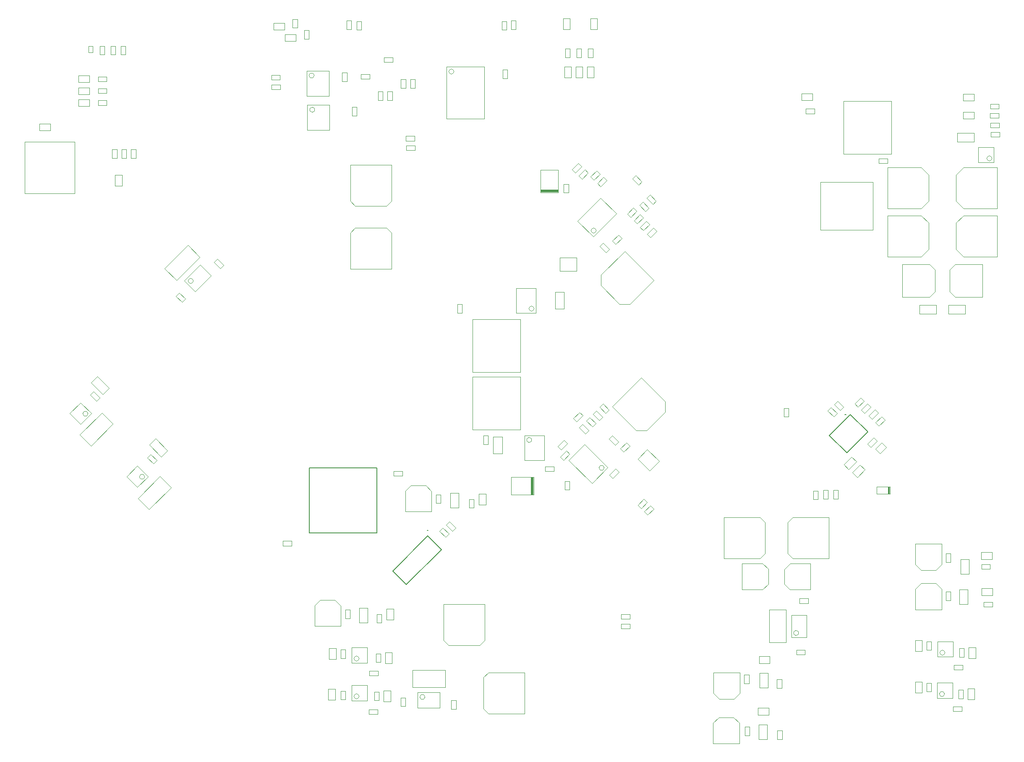
<source format=gbr>
G04*
G04 #@! TF.GenerationSoftware,Altium Limited,Altium Designer,22.4.2 (48)*
G04*
G04 Layer_Color=16711935*
%FSLAX25Y25*%
%MOIN*%
G70*
G04*
G04 #@! TF.SameCoordinates,B172E609-1CFC-4B23-86F5-1081F1DC675F*
G04*
G04*
G04 #@! TF.FilePolarity,Positive*
G04*
G01*
G75*
%ADD13C,0.00787*%
%ADD18C,0.00500*%
%ADD224C,0.00394*%
%ADD226R,0.14173X0.02420*%
%ADD227R,0.02420X0.14173*%
%ADD228R,0.01772X0.05512*%
D13*
X323769Y175651D02*
X322981D01*
X323769D01*
X655638Y267837D02*
X654850D01*
X655638D01*
D18*
X323500Y171322D02*
X334357Y160465D01*
X295661Y143483D02*
X306519Y132626D01*
X295661Y143483D02*
X323500Y171322D01*
X306519Y132626D02*
X334357Y160465D01*
X642438Y251134D02*
X656357Y237215D01*
X673061Y253918D01*
X659141Y267837D02*
X673061Y253918D01*
X642438Y251134D02*
X659141Y267837D01*
X229528Y225394D02*
X283071D01*
X229528Y173819D02*
Y225394D01*
Y173819D02*
X283071D01*
Y225394D01*
D224*
X344094Y540354D02*
X343831Y541339D01*
X343110Y542059D01*
X342126Y542323D01*
X341142Y542059D01*
X340421Y541339D01*
X340158Y540354D01*
X340421Y539370D01*
X341142Y538650D01*
X342126Y538386D01*
X343110Y538650D01*
X343831Y539370D01*
X344094Y540354D01*
X733661Y45866D02*
X733398Y46850D01*
X732677Y47571D01*
X731693Y47835D01*
X730709Y47571D01*
X729988Y46850D01*
X729724Y45866D01*
X729988Y44882D01*
X730709Y44161D01*
X731693Y43898D01*
X732677Y44161D01*
X733398Y44882D01*
X733661Y45866D01*
X457014Y413944D02*
X456750Y414928D01*
X456029Y415649D01*
X455045Y415912D01*
X454061Y415649D01*
X453340Y414928D01*
X453077Y413944D01*
X453340Y412960D01*
X454061Y412239D01*
X455045Y411975D01*
X456029Y412239D01*
X456750Y412960D01*
X457014Y413944D01*
X233189Y537209D02*
X232925Y538193D01*
X232205Y538913D01*
X231221Y539177D01*
X230236Y538913D01*
X229516Y538193D01*
X229252Y537209D01*
X229516Y536224D01*
X230236Y535504D01*
X231221Y535240D01*
X232205Y535504D01*
X232925Y536224D01*
X233189Y537209D01*
X233583Y510043D02*
X233319Y511028D01*
X232598Y511748D01*
X231614Y512012D01*
X230630Y511748D01*
X229909Y511028D01*
X229646Y510043D01*
X229909Y509059D01*
X230630Y508339D01*
X231614Y508075D01*
X232598Y508339D01*
X233319Y509059D01*
X233583Y510043D01*
X771457Y471457D02*
X771193Y472441D01*
X770472Y473162D01*
X769488Y473425D01*
X768504Y473162D01*
X767783Y472441D01*
X767520Y471457D01*
X767783Y470472D01*
X768504Y469752D01*
X769488Y469488D01*
X770472Y469752D01*
X771193Y470472D01*
X771457Y471457D01*
X463445Y225533D02*
X463181Y226517D01*
X462460Y227237D01*
X461476Y227501D01*
X460492Y227237D01*
X459771Y226517D01*
X459508Y225533D01*
X459771Y224548D01*
X460492Y223828D01*
X461476Y223564D01*
X462460Y223828D01*
X463181Y224548D01*
X463445Y225533D01*
X321063Y43504D02*
X320799Y44488D01*
X320079Y45209D01*
X319094Y45472D01*
X318110Y45209D01*
X317390Y44488D01*
X317126Y43504D01*
X317390Y42520D01*
X318110Y41799D01*
X319094Y41535D01*
X320079Y41799D01*
X320799Y42520D01*
X321063Y43504D01*
X137173Y374098D02*
X136909Y375082D01*
X136189Y375802D01*
X135205Y376066D01*
X134220Y375802D01*
X133500Y375082D01*
X133236Y374098D01*
X133500Y373113D01*
X134220Y372393D01*
X135205Y372129D01*
X136189Y372393D01*
X136909Y373113D01*
X137173Y374098D01*
X617913Y94291D02*
X617650Y95276D01*
X616929Y95996D01*
X615945Y96260D01*
X614961Y95996D01*
X614240Y95276D01*
X613976Y94291D01*
X614240Y93307D01*
X614961Y92587D01*
X615945Y92323D01*
X616929Y92587D01*
X617650Y93307D01*
X617913Y94291D01*
X268701Y43898D02*
X268437Y44882D01*
X267717Y45602D01*
X266732Y45866D01*
X265748Y45602D01*
X265027Y44882D01*
X264764Y43898D01*
X265027Y42913D01*
X265748Y42193D01*
X266732Y41929D01*
X267717Y42193D01*
X268437Y42913D01*
X268701Y43898D01*
X268701Y74016D02*
X268437Y75000D01*
X267717Y75721D01*
X266732Y75984D01*
X265748Y75721D01*
X265027Y75000D01*
X264764Y74016D01*
X265027Y73032D01*
X265748Y72311D01*
X266732Y72047D01*
X267717Y72311D01*
X268437Y73032D01*
X268701Y74016D01*
X407874Y351969D02*
X407610Y352953D01*
X406890Y353673D01*
X405905Y353937D01*
X404921Y353673D01*
X404201Y352953D01*
X403937Y351969D01*
X404201Y350984D01*
X404921Y350264D01*
X405905Y350000D01*
X406890Y350264D01*
X407610Y350984D01*
X407874Y351969D01*
X405905Y247638D02*
X405642Y248622D01*
X404921Y249343D01*
X403937Y249606D01*
X402953Y249343D01*
X402232Y248622D01*
X401968Y247638D01*
X402232Y246654D01*
X402953Y245933D01*
X403937Y245669D01*
X404921Y245933D01*
X405642Y246654D01*
X405905Y247638D01*
X53352Y268529D02*
X53088Y269513D01*
X52368Y270233D01*
X51384Y270497D01*
X50400Y270233D01*
X49679Y269513D01*
X49415Y268529D01*
X49679Y267544D01*
X50400Y266824D01*
X51384Y266560D01*
X52368Y266824D01*
X53088Y267544D01*
X53352Y268529D01*
X98504Y218501D02*
X98241Y219485D01*
X97520Y220205D01*
X96536Y220469D01*
X95552Y220205D01*
X94831Y219485D01*
X94567Y218501D01*
X94831Y217516D01*
X95552Y216796D01*
X96536Y216532D01*
X97520Y216796D01*
X98241Y217516D01*
X98504Y218501D01*
X734055Y78740D02*
X733791Y79724D01*
X733071Y80445D01*
X732087Y80709D01*
X731102Y80445D01*
X730382Y79724D01*
X730118Y78740D01*
X730382Y77756D01*
X731102Y77035D01*
X732087Y76772D01*
X733071Y77035D01*
X733791Y77756D01*
X734055Y78740D01*
X265945Y415945D02*
X290748D01*
X262008Y412008D02*
X265945Y415945D01*
X262008Y383268D02*
Y412008D01*
Y383268D02*
X294685D01*
Y412008D01*
X290748Y415945D02*
X294685Y412008D01*
X338583Y502559D02*
X368504D01*
X338583Y543898D02*
X368504D01*
Y502559D02*
Y543898D01*
X338583Y502559D02*
Y543898D01*
X748425Y68799D02*
X748425Y65059D01*
X741535D02*
X741535Y68799D01*
X741535Y65059D02*
X748425D01*
X741535Y68799D02*
X748425Y68799D01*
X740354Y42323D02*
Y54528D01*
X728150Y42323D02*
Y54528D01*
X740354D01*
X728150Y42323D02*
X740354D01*
X254429Y41240D02*
X258169D01*
X254429Y48130D02*
X258169D01*
X254429Y41240D02*
Y48130D01*
X258169Y41240D02*
Y48130D01*
X649508Y207623D02*
X649508Y200733D01*
X645768Y200733D02*
Y207623D01*
X649508Y207623D01*
X645768Y200733D02*
X649508Y200733D01*
X606398Y272835D02*
X610138Y272835D01*
X606398Y265945D02*
X610138Y265945D01*
Y272835D01*
X606398Y272835D02*
X606398Y265945D01*
X486095Y454961D02*
X488740Y457606D01*
X490967Y450089D02*
X493611Y452734D01*
X488740Y457606D02*
X493611Y452734D01*
X486095Y454961D02*
X490967Y450089D01*
X502295Y434824D02*
X504939Y437469D01*
X497423Y439696D02*
X500068Y442341D01*
X497423Y439696D02*
X502295Y434824D01*
X500068Y442341D02*
X504939Y437469D01*
X495454Y190619D02*
X498099Y187974D01*
X500326Y195491D02*
X502971Y192846D01*
X495454Y190619D02*
X500326Y195491D01*
X498099Y187974D02*
X502971Y192846D01*
X490329Y195792D02*
X492973Y193147D01*
X495201Y200664D02*
X497845Y198019D01*
X490329Y195792D02*
X495201Y200664D01*
X492973Y193147D02*
X497845Y198019D01*
X438133Y462431D02*
X443005Y467303D01*
X440778Y459787D02*
X445649Y464658D01*
X438133Y462431D02*
X440778Y459787D01*
X443005Y467303D02*
X445649Y464658D01*
X452776Y456601D02*
X457648Y461473D01*
X455420Y453957D02*
X460292Y458829D01*
X452776Y456601D02*
X455420Y453957D01*
X457648Y461473D02*
X460292Y458829D01*
X458287Y451483D02*
X463159Y456355D01*
X460932Y448839D02*
X465804Y453711D01*
X458287Y451483D02*
X460932Y448839D01*
X463159Y456355D02*
X465804Y453711D01*
X443410Y457472D02*
X448282Y462344D01*
X446055Y454827D02*
X450927Y459699D01*
X443410Y457472D02*
X446055Y454827D01*
X448282Y462344D02*
X450927Y459699D01*
X492239Y416505D02*
X497110Y421377D01*
X494883Y413861D02*
X499755Y418733D01*
X492239Y416505D02*
X494883Y413861D01*
X497110Y421377D02*
X499755Y418733D01*
X497820Y411063D02*
X502692Y415935D01*
X500465Y408419D02*
X505336Y413290D01*
X497820Y411063D02*
X500465Y408419D01*
X502692Y415935D02*
X505336Y413290D01*
X482002Y427135D02*
X486874Y432007D01*
X484647Y424491D02*
X489519Y429362D01*
X482002Y427135D02*
X484647Y424491D01*
X486874Y432007D02*
X489519Y429362D01*
X487292Y421846D02*
X492164Y426718D01*
X489936Y419201D02*
X494808Y424073D01*
X487292Y421846D02*
X489936Y419201D01*
X492164Y426718D02*
X494808Y424073D01*
X494321Y436670D02*
X499193Y431798D01*
X491676Y434025D02*
X496548Y429154D01*
X491676Y434025D02*
X494321Y436670D01*
X496548Y429154D02*
X499193Y431798D01*
X435335Y443898D02*
Y450787D01*
X431595Y443898D02*
Y450787D01*
X435335Y450787D01*
X431595Y443898D02*
X435335Y443898D01*
X412992Y444153D02*
Y462146D01*
X427165Y444153D02*
Y462146D01*
X412992Y444153D02*
X427165D01*
X412992Y462146D02*
X427165D01*
X455045Y408933D02*
X473419Y427307D01*
X442518Y421460D02*
X460891Y439834D01*
X442518Y421460D02*
X455045Y408933D01*
X460891Y439834D02*
X473419Y427307D01*
X461167Y370209D02*
X475921Y355454D01*
X484273D01*
X503204Y374385D01*
X480097Y397491D02*
X503204Y374385D01*
X461167Y378561D02*
X480097Y397491D01*
X461167Y370209D02*
Y378561D01*
X462825Y403993D02*
X467697Y399121D01*
X460180Y401348D02*
X465052Y396477D01*
X460180Y401348D02*
X462825Y403993D01*
X465052Y396477D02*
X467697Y399121D01*
X306201Y485138D02*
X313090D01*
X306201Y488878D02*
X313090D01*
Y485138D02*
Y488878D01*
X306201Y485138D02*
Y488878D01*
X306398Y481398D02*
X313287D01*
X306398Y477658D02*
X313287D01*
X306398D02*
Y481398D01*
X313287Y477658D02*
Y481398D01*
X488976Y255065D02*
X497328D01*
X470046Y273996D02*
X488976Y255065D01*
X470046Y273996D02*
X493152Y297102D01*
X512083Y278172D01*
Y269820D02*
Y278172D01*
X497328Y255065D02*
X512083Y269820D01*
X479201Y237974D02*
X484073Y242846D01*
X476557Y240619D02*
X481428Y245491D01*
X484073Y242846D01*
X476557Y240619D02*
X479201Y237974D01*
X449475Y262818D02*
X454347Y257946D01*
X452120Y265462D02*
X456992Y260590D01*
X454347Y257946D02*
X456992Y260590D01*
X449475Y262818D02*
X452120Y265462D01*
X439155Y264634D02*
X444027Y269506D01*
X441800Y261990D02*
X446672Y266862D01*
X439155Y264634D02*
X441800Y261990D01*
X444027Y269506D02*
X446672Y266862D01*
X416732Y222539D02*
X423622D01*
X416732Y226279D02*
X423622D01*
Y222539D02*
Y226279D01*
X416732Y222539D02*
Y226279D01*
X454903Y268043D02*
X459775Y263171D01*
X457548Y270687D02*
X462420Y265816D01*
X459775Y263171D02*
X462420Y265816D01*
X454903Y268043D02*
X457548Y270687D01*
X467895Y219753D02*
X472767Y224624D01*
X470540Y217108D02*
X475412Y221980D01*
X467895Y219753D02*
X470540Y217108D01*
X472767Y224624D02*
X475412Y221980D01*
X443838Y257319D02*
X448710Y252448D01*
X446483Y259964D02*
X451354Y255092D01*
X448710Y252448D02*
X451354Y255092D01*
X443838Y257319D02*
X446483Y259964D01*
X477067Y108957D02*
X483957D01*
X477067Y105217D02*
X483957D01*
X477067D02*
Y108957D01*
X483957Y105217D02*
Y108957D01*
X477264Y101476D02*
X484154D01*
X477264Y97736D02*
X484154D01*
X477264D02*
Y101476D01*
X484154Y97736D02*
Y101476D01*
X460021Y273554D02*
X464893Y268683D01*
X462666Y276199D02*
X467538Y271327D01*
X464893Y268683D02*
X467538Y271327D01*
X460021Y273554D02*
X462666Y276199D01*
X428760Y234160D02*
X433632Y239032D01*
X431405Y231516D02*
X436276Y236388D01*
X428760Y234160D02*
X431405Y231516D01*
X433632Y239032D02*
X436276Y236388D01*
X436122Y214764D02*
X436122Y207874D01*
X432382Y207874D02*
Y214764D01*
X436122Y214764D01*
X432382Y207874D02*
X436122Y207874D01*
X389823Y203937D02*
X407815D01*
X389823Y218110D02*
X407815D01*
Y203937D02*
Y218110D01*
X389823Y203937D02*
Y218110D01*
X426791Y242428D02*
X431663Y247300D01*
X429436Y239784D02*
X434308Y244655D01*
X426791Y242428D02*
X429436Y239784D01*
X431663Y247300D02*
X434308Y244655D01*
X497845Y239987D02*
X507310Y230522D01*
X490328Y232470D02*
X499793Y223005D01*
X490328Y232470D02*
X497845Y239987D01*
X499793Y223005D02*
X507310Y230522D01*
X467591Y248268D02*
X472463Y243396D01*
X470236Y250913D02*
X475107Y246041D01*
X472463Y243396D02*
X475107Y246041D01*
X467591Y248268D02*
X470236Y250913D01*
X673890Y266692D02*
X676535Y264048D01*
X678762Y271564D02*
X681407Y268919D01*
X673890Y266692D02*
X678762Y271564D01*
X676535Y264048D02*
X681407Y268919D01*
X679080Y240318D02*
X684091Y245329D01*
X682838Y236560D02*
X687849Y241571D01*
X679080Y240318D02*
X682838Y236560D01*
X684091Y245329D02*
X687849Y241571D01*
X629672Y207111D02*
X633412Y207111D01*
X629672Y200221D02*
X633412Y200221D01*
X633412Y207111D01*
X629672Y200221D02*
X629672Y207111D01*
X637720Y207623D02*
X641460D01*
X637720Y200733D02*
X641460D01*
X641460Y207623D01*
X637720Y200733D02*
Y207623D01*
X680118Y204724D02*
X690748D01*
X680118Y210236D02*
X690748D01*
Y204724D02*
Y210236D01*
X680118Y204724D02*
Y210236D01*
X452854Y573819D02*
Y582480D01*
X458169Y573819D02*
Y582480D01*
X452854D02*
X458169D01*
X452854Y573819D02*
X458169D01*
X431201D02*
Y582480D01*
X436516Y573819D02*
Y582480D01*
X431201D02*
X436516D01*
X431201Y573819D02*
X436516D01*
X445471Y551476D02*
Y558366D01*
X441730Y551476D02*
Y558366D01*
X445471D01*
X441730Y551476D02*
X445471D01*
X436416D02*
Y558366D01*
X432676Y551476D02*
Y558366D01*
X436416D01*
X432676Y551476D02*
X436416D01*
X454626Y551476D02*
Y558366D01*
X450886Y551476D02*
Y558366D01*
X454626D01*
X450886Y551476D02*
X454626D01*
X431988Y544095D02*
X437303D01*
X431988Y535433D02*
X437303D01*
Y544095D01*
X431988Y535433D02*
Y544095D01*
X441043D02*
X446358D01*
X441043Y535433D02*
X446358D01*
Y544095D01*
X441043Y535433D02*
Y544095D01*
X450199Y544095D02*
X455514D01*
X450199Y535433D02*
X455514D01*
Y544095D01*
X450199Y535433D02*
Y544095D01*
X677796Y249338D02*
X680441Y246693D01*
X672924Y244466D02*
X675569Y241822D01*
X680441Y246693D01*
X672924Y244466D02*
X677796Y249338D01*
X679098Y261270D02*
X681742Y258625D01*
X683969Y266142D02*
X686614Y263497D01*
X679098Y261270D02*
X683969Y266142D01*
X681742Y258625D02*
X686614Y263497D01*
X667895Y271327D02*
X670540Y268683D01*
X672767Y276199D02*
X675412Y273554D01*
X667895Y271327D02*
X672767Y276199D01*
X670540Y268683D02*
X675412Y273554D01*
X641124Y270799D02*
X643768Y273443D01*
X645995Y265927D02*
X648640Y268571D01*
X643768Y273443D02*
X648640Y268571D01*
X641124Y270799D02*
X645995Y265927D01*
X646331Y275827D02*
X648976Y278472D01*
X651203Y270955D02*
X653848Y273600D01*
X648976Y278472D02*
X653848Y273600D01*
X646331Y275827D02*
X651203Y270955D01*
X662618Y276287D02*
X665263Y273642D01*
X667490Y281158D02*
X670135Y278514D01*
X662618Y276287D02*
X667490Y281158D01*
X665263Y273642D02*
X670135Y278514D01*
X664635Y217824D02*
X670759Y223948D01*
X660737Y221721D02*
X666861Y227846D01*
X670759Y223948D01*
X660737Y221721D02*
X664635Y217824D01*
X654044Y228020D02*
X657942Y224123D01*
X660169Y234145D02*
X664066Y230247D01*
X654044Y228020D02*
X660169Y234145D01*
X657942Y224123D02*
X664066Y230247D01*
X270571Y538091D02*
X277461D01*
X270571Y534350D02*
X277461D01*
X270571D02*
Y538091D01*
X277461Y534350D02*
Y538091D01*
X288878Y551476D02*
X295768D01*
X288878Y547736D02*
X295768D01*
X288878D02*
Y551476D01*
X295768Y547736D02*
Y551476D01*
X338278Y179943D02*
X343150Y175071D01*
X340923Y182588D02*
X345795Y177716D01*
X343150Y175071D02*
X345795Y177716D01*
X338278Y179943D02*
X340923Y182588D01*
X332856Y175129D02*
X337728Y170257D01*
X335501Y177774D02*
X340372Y172902D01*
X337728Y170257D02*
X340372Y172902D01*
X332856Y175129D02*
X335501Y177774D01*
X229035Y566043D02*
Y572933D01*
X225295Y566043D02*
Y572933D01*
X229035D01*
X225295Y566043D02*
X229035D01*
X210236Y569587D02*
X218898D01*
X210236Y564272D02*
X218898D01*
X210236D02*
Y569587D01*
X218898Y564272D02*
Y569587D01*
X209842Y573327D02*
Y578642D01*
X201181Y573327D02*
Y578642D01*
Y573327D02*
X209842D01*
X201181Y578642D02*
X209842D01*
X219980Y574902D02*
Y581791D01*
X216240Y574902D02*
Y581791D01*
X219980D01*
X216240Y574902D02*
X219980D01*
X199508Y529823D02*
X206398Y529823D01*
X199508Y526083D02*
X206398D01*
X199508D02*
Y529823D01*
X206398Y526083D02*
X206398Y529823D01*
X199311Y533563D02*
X206201Y533563D01*
X199311Y537303D02*
X206201D01*
X206201Y533563D02*
X206201Y537303D01*
X199311Y533563D02*
Y537303D01*
X382382Y573228D02*
X382382Y580118D01*
X386122Y573228D02*
Y580118D01*
X382382Y573228D02*
X386122Y573228D01*
X382382Y580118D02*
X386122D01*
X393602Y573740D02*
Y580630D01*
X389862Y573740D02*
Y580630D01*
X393602D01*
X389862Y573740D02*
X393602D01*
X262894D02*
Y580630D01*
X259154Y573740D02*
Y580630D01*
X262894D01*
X259154Y573740D02*
X262894D01*
X267028Y573228D02*
X267028Y580118D01*
X270768Y573228D02*
Y580118D01*
X267028Y573228D02*
X270768Y573228D01*
X267028Y580118D02*
X270768Y580118D01*
X386910Y534646D02*
Y541535D01*
X383169Y534646D02*
Y541535D01*
X386910D01*
X383169Y534646D02*
X386910D01*
X61713Y536122D02*
X68602Y536122D01*
X61713Y532382D02*
X68602Y532382D01*
X61713Y532382D02*
Y536122D01*
X68602Y532382D02*
Y536122D01*
X61713Y526673D02*
X68602Y526673D01*
X61713Y522933D02*
X68602D01*
X61713D02*
Y526673D01*
X68602Y522933D02*
X68602Y526673D01*
X61713Y517224D02*
X68602Y517224D01*
X61713Y513484D02*
X68602D01*
X61713D02*
Y517224D01*
X68602Y513484D02*
Y517224D01*
X46063Y527460D02*
X54724D01*
X46063Y522145D02*
X54724D01*
X46063D02*
Y527460D01*
X54724Y522145D02*
Y527460D01*
Y531595D02*
Y536909D01*
X46063Y531595D02*
Y536909D01*
Y531595D02*
X54724D01*
X46063Y536909D02*
X54724D01*
X259350Y532382D02*
Y539272D01*
X255610Y532382D02*
Y539272D01*
X259350D01*
X255610Y532382D02*
X259350D01*
X267224Y505118D02*
Y512008D01*
X263484Y505118D02*
Y512008D01*
X267224D01*
X263484Y505118D02*
X267224D01*
X227364Y520709D02*
Y540709D01*
X245080Y520709D02*
Y540709D01*
X227364D02*
X245080D01*
X227364Y520709D02*
X245080D01*
X227758Y493543D02*
Y513544D01*
X245474Y493543D02*
Y513544D01*
X227758D02*
X245474D01*
X227758Y493543D02*
X245474D01*
X54232Y560335D02*
X57579D01*
X54232Y555217D02*
X57579D01*
Y560335D01*
X54232Y555217D02*
Y560335D01*
X63090Y560433D02*
X63090Y553543D01*
X66831Y553543D02*
X66831Y560433D01*
X63090Y553543D02*
X66831Y553543D01*
X63090Y560433D02*
X66831Y560433D01*
X79626Y553543D02*
Y560433D01*
X83366Y553543D02*
Y560433D01*
X79626Y553543D02*
X83366D01*
X79626Y560433D02*
X83366D01*
X71752Y553543D02*
X71752Y560433D01*
X75492Y553543D02*
Y560433D01*
X71752Y553543D02*
X75492Y553543D01*
X71752Y560433D02*
X75492Y560433D01*
X46063Y518012D02*
X54724D01*
X46063Y512697D02*
X54724D01*
X46063D02*
Y518012D01*
X54724Y512697D02*
Y518012D01*
X14961Y493307D02*
Y498819D01*
X23622Y493307D02*
Y498819D01*
X14961D02*
X23622D01*
X14961Y493307D02*
X23622D01*
X87894Y471358D02*
X91634D01*
X87894Y478248D02*
X91634D01*
X87894Y471358D02*
Y478248D01*
X91634Y471358D02*
Y478248D01*
X3347Y484252D02*
X43110D01*
X3347Y443307D02*
X43110D01*
X3347D02*
Y484252D01*
X43110Y443307D02*
Y484252D01*
X75197Y457874D02*
X80709D01*
X75197Y449213D02*
X80709D01*
Y457874D01*
X75197Y449213D02*
Y457874D01*
X760827Y480118D02*
X773032D01*
X760827Y467913D02*
X773032D01*
X760827D02*
Y480118D01*
X773032Y467913D02*
Y480118D01*
X653740Y474626D02*
X691732D01*
X653740Y516555D02*
X691732Y516555D01*
Y474626D02*
Y516555D01*
X653740Y474626D02*
Y516555D01*
X688681Y467421D02*
Y471161D01*
X681791Y467421D02*
Y471161D01*
Y467421D02*
X688681D01*
X681791Y471161D02*
X688681D01*
X448113Y243906D02*
X466487Y225533D01*
X435586Y231379D02*
X453960Y213005D01*
X466487Y225533D01*
X435586Y231379D02*
X448113Y243906D01*
X336024Y88189D02*
X339961Y84252D01*
X336024Y88189D02*
Y116929D01*
X368701D01*
Y88189D02*
Y116929D01*
X364764Y84252D02*
X368701Y88189D01*
X339961Y84252D02*
X364764D01*
X367717Y58858D02*
X371654Y62795D01*
X400394D01*
Y30118D02*
Y62795D01*
X371654Y30118D02*
X400394Y30118D01*
X367717Y34055D02*
X371654Y30118D01*
X367717Y34055D02*
Y58858D01*
X345965Y33760D02*
Y40650D01*
X342224Y33760D02*
Y40650D01*
X345965D01*
X342224Y33760D02*
X345965D01*
X315551Y34843D02*
X333268D01*
X315551Y47047D02*
X333268D01*
Y34843D02*
Y47047D01*
X315551Y34843D02*
Y47047D01*
X302067Y35925D02*
X302067Y42815D01*
X305807Y35925D02*
Y42815D01*
X302067Y35925D02*
X305807Y35925D01*
X302067Y42815D02*
X305807Y42815D01*
X337402Y51181D02*
Y64567D01*
X311417D02*
X311417Y51181D01*
X337402D01*
X311417Y64567D02*
X337402D01*
X80413Y478248D02*
X80413Y471358D01*
X84153Y471358D02*
Y478248D01*
X80413Y471358D02*
X84153Y471358D01*
X80413Y478248D02*
X84153Y478248D01*
X72933Y471358D02*
Y478248D01*
X76673Y471358D02*
Y478248D01*
X72933Y471358D02*
X76673D01*
X72933Y478248D02*
X76673D01*
X428346Y381693D02*
X441732D01*
X428346Y392323D02*
X441732D01*
Y381693D02*
Y392323D01*
X428346Y381693D02*
Y392323D01*
X470258Y405579D02*
X475129Y410451D01*
X472902Y402935D02*
X477774Y407806D01*
X470258Y405579D02*
X472902Y402935D01*
X475129Y410451D02*
X477774Y407806D01*
X262008Y437402D02*
X265945Y433465D01*
X262008Y437402D02*
Y466142D01*
X294685D01*
Y437402D02*
Y466142D01*
X290748Y433465D02*
X294685Y437402D01*
X265945Y433465D02*
X290748D01*
X156501Y391358D02*
X161373Y386486D01*
X153857Y388713D02*
X158728Y383841D01*
X153857Y388713D02*
X156501Y391358D01*
X158728Y383841D02*
X161373Y386486D01*
X123443Y361779D02*
X128314Y356907D01*
X126087Y364424D02*
X130959Y359552D01*
X128314Y356907D02*
X130959Y359552D01*
X123443Y361779D02*
X126087Y364424D01*
X138823Y365468D02*
X151351Y377995D01*
X130193Y374098D02*
X142721Y386625D01*
X151351Y377995D01*
X130193Y374098D02*
X138823Y365468D01*
X132977Y402215D02*
X142443Y392750D01*
X114604Y383841D02*
X124069Y374376D01*
X142443Y392750D01*
X114604Y383841D02*
X132977Y402215D01*
X594882Y112598D02*
X608268D01*
X594882Y86614D02*
X608268Y86614D01*
Y112598D01*
X594882Y86614D02*
Y112598D01*
X618799Y121555D02*
X625689D01*
X618799Y117815D02*
X625689D01*
X618799D02*
Y121555D01*
X625689Y117815D02*
Y121555D01*
X624606Y90748D02*
Y108465D01*
X612402Y90748D02*
Y108465D01*
X624606D01*
X612402Y90748D02*
X624606D01*
X616339Y76870D02*
X623228Y76870D01*
X616339Y80610D02*
X623228D01*
X623228Y76870D02*
X623228Y80610D01*
X616339D02*
X616339Y76870D01*
X208563Y167224D02*
X215453D01*
X208563Y163484D02*
X215453D01*
X208563D02*
Y167224D01*
X215453Y163484D02*
Y167224D01*
X587402Y153347D02*
X591339Y157283D01*
X558661Y153347D02*
X587402D01*
X558661D02*
X558661Y186024D01*
X587402D01*
X591339Y182087D01*
X591339Y157283D01*
X609449Y182087D02*
X613386Y186024D01*
X642126D01*
X642126Y153347D01*
X613386Y153347D02*
X642126Y153347D01*
X609449Y157283D02*
X613386Y153347D01*
X609449Y157283D02*
Y182087D01*
X589468Y128543D02*
X594095Y133169D01*
X573228Y128543D02*
X589468D01*
X573228D02*
Y149409D01*
X589567Y149409D01*
X594095Y133169D02*
Y144882D01*
X589567Y149409D02*
X594095Y144882D01*
X606693Y144783D02*
X611319Y149409D01*
X627559D01*
Y128543D02*
Y149409D01*
X611220Y128543D02*
X627559D01*
X606693Y133071D02*
Y144783D01*
Y133071D02*
X611220Y128543D01*
X284941Y40551D02*
Y47441D01*
X281201Y40551D02*
Y47441D01*
X284941D01*
X281201Y40551D02*
X284941D01*
X294094Y39764D02*
Y48425D01*
X288583Y39764D02*
Y48425D01*
X294094D01*
X288583Y39764D02*
X294094D01*
X276870Y33366D02*
X283760D01*
X276870Y29626D02*
X283760D01*
X276870D02*
Y33366D01*
X283760Y29626D02*
Y33366D01*
X250000Y40945D02*
Y49606D01*
X244488Y40945D02*
Y49606D01*
X250000D01*
X244488Y40945D02*
X250000D01*
X263189Y40354D02*
X275394D01*
X263189Y52559D02*
X275394D01*
X263189Y40354D02*
Y52559D01*
X275394Y40354D02*
Y52559D01*
X250787Y73228D02*
Y81890D01*
X245276Y73228D02*
Y81890D01*
X250787D01*
X245276Y73228D02*
X250787D01*
X258169Y74114D02*
Y81004D01*
X254429Y74114D02*
Y81004D01*
X258169D01*
X254429Y74114D02*
X258169D01*
X263189Y70472D02*
X275394D01*
X263189Y82677D02*
X275394Y82677D01*
X263189Y70472D02*
Y82677D01*
X275394Y70472D02*
Y82677D01*
X295276Y70079D02*
Y78740D01*
X289764Y70079D02*
Y78740D01*
X295276D01*
X289764Y70079D02*
X295276D01*
X286122Y70866D02*
X286122Y77756D01*
X282382Y77756D02*
X282382Y70866D01*
X282382Y77756D02*
X286122Y77756D01*
X282382Y70866D02*
X286122Y70866D01*
X277264Y64075D02*
X284154D01*
X277264Y60335D02*
X284154D01*
X277264D02*
Y64075D01*
X284154Y60335D02*
Y64075D01*
X382677Y236614D02*
Y250000D01*
X375590Y236614D02*
Y250000D01*
X382677D01*
X375590Y236614D02*
X382677D01*
X424803Y351575D02*
Y364961D01*
X431890Y351575D02*
Y364961D01*
X424803Y351575D02*
X431890D01*
X424803Y364961D02*
X431890D01*
X371555Y243996D02*
Y250886D01*
X367815Y243996D02*
Y250886D01*
X371555D01*
X367815Y243996D02*
X371555D01*
X409449Y348425D02*
Y368110D01*
X393701Y348425D02*
Y368110D01*
Y348425D02*
X409449D01*
X393701Y368110D02*
X409449D01*
X346949Y355217D02*
X350689D01*
X346949Y348327D02*
X350689D01*
Y355217D01*
X346949Y348327D02*
Y355217D01*
X400394Y231496D02*
Y251181D01*
X416142Y231496D02*
Y251181D01*
X400394D02*
X416142D01*
X400394Y231496D02*
X416142D01*
X359055Y301476D02*
X397047D01*
X359055Y343406D02*
X397047D01*
X397047Y301476D02*
X397047Y343406D01*
X359055Y301476D02*
Y343406D01*
X359055Y255807D02*
X397047D01*
X359055Y297736D02*
X397047Y297736D01*
Y255807D02*
Y297736D01*
X359055Y255807D02*
Y297736D01*
X47278Y251616D02*
X64813Y269152D01*
X56047Y242847D02*
X73582Y260383D01*
X64813Y269152D02*
X73582Y260383D01*
X47278Y251616D02*
X55072Y243822D01*
X56047Y242847D01*
X56116Y293027D02*
X65582Y283561D01*
X61127Y298038D02*
X70593Y288573D01*
X65582Y283561D02*
X70593Y288573D01*
X56116Y293027D02*
X61127Y298038D01*
X55490Y283213D02*
X58135Y285858D01*
X60362Y278342D02*
X63007Y280986D01*
X58135Y285858D02*
X63007Y280986D01*
X55490Y283213D02*
X60362Y278342D01*
X39135Y268529D02*
X47765Y277159D01*
Y259898D02*
X56395Y268529D01*
X39135D02*
X47765Y259898D01*
Y277159D02*
X56395Y268529D01*
X93404Y201032D02*
X110940Y218567D01*
X102173Y192262D02*
X119709Y209798D01*
X110940Y218567D02*
X119709Y209798D01*
X93404Y201032D02*
X101199Y193237D01*
X102173Y192262D01*
X100920Y233464D02*
X105792Y228592D01*
X103565Y236109D02*
X108437Y231237D01*
X105792Y228592D02*
X108437Y231237D01*
X100920Y233464D02*
X103565Y236109D01*
X102382Y243555D02*
X111847Y234090D01*
X107393Y248567D02*
X116858Y239101D01*
X111847Y234090D02*
X116858Y239101D01*
X102382Y243555D02*
X107393Y248567D01*
X84287Y218501D02*
X92917Y227131D01*
Y209871D02*
X101547Y218501D01*
X84287D02*
X92917Y209871D01*
Y227131D02*
X101547Y218501D01*
X757874Y41339D02*
Y50000D01*
X752362Y41339D02*
Y50000D01*
X757874D01*
X752362Y41339D02*
X757874D01*
X748721Y42126D02*
Y49016D01*
X744980Y42126D02*
Y49016D01*
X748721D01*
X744980Y42126D02*
X748721D01*
X740748Y35728D02*
X747638Y35728D01*
X740748Y31988D02*
X747638D01*
X740748D02*
X740748Y35728D01*
X747638Y35728D02*
X747638Y31988D01*
X716142Y46654D02*
Y55315D01*
X710630Y46654D02*
Y55315D01*
X716142D01*
X710630Y46654D02*
X716142D01*
X723524Y47539D02*
Y54429D01*
X719783Y47539D02*
Y54429D01*
X723524D01*
X719783Y47539D02*
X723524D01*
X723524Y80610D02*
Y87500D01*
X719783Y80610D02*
Y87500D01*
X723524D01*
X719783Y80610D02*
X723524D01*
X716142Y79528D02*
Y88189D01*
X710630Y79528D02*
Y88189D01*
X716142D01*
X710630Y79528D02*
X716142D01*
X758661Y74016D02*
Y82677D01*
X753150Y74016D02*
Y82677D01*
X758661D01*
X753150Y74016D02*
X758661D01*
X749508Y75000D02*
Y81890D01*
X745768Y75000D02*
Y81890D01*
X749508D01*
X745768Y75000D02*
X749508D01*
X728543Y75197D02*
X740748Y75197D01*
X728543Y87402D02*
X740748Y87402D01*
X728543Y75197D02*
Y87402D01*
X740748Y75197D02*
Y87402D01*
X735138Y150394D02*
Y157283D01*
X738878Y150394D02*
Y157283D01*
X735138Y150394D02*
X738878D01*
X735138Y157283D02*
X738878D01*
X727165Y144095D02*
X731693Y148622D01*
X715453Y144095D02*
X727165D01*
X731693Y148622D02*
Y164961D01*
X710827D02*
X731693D01*
X710827Y148721D02*
Y164961D01*
Y148721D02*
X715453Y144095D01*
X710827Y129134D02*
X715354Y133661D01*
X727067D01*
X710827Y112795D02*
Y129134D01*
Y112795D02*
X731693D01*
Y129035D01*
X727067Y133661D02*
X731693Y129035D01*
X763386Y129527D02*
X772047D01*
X763386Y124016D02*
X772047D01*
X763386D02*
Y129527D01*
X772047Y124016D02*
Y129527D01*
X765256Y118799D02*
X772146D01*
X765256Y115059D02*
X772146D01*
X765256D02*
X765256Y118799D01*
X772146D02*
X772146Y115059D01*
X738878Y120177D02*
Y127067D01*
X735138Y120177D02*
Y127067D01*
X738878D01*
X735138Y120177D02*
X738878D01*
X745866Y116929D02*
X752559D01*
X745866Y128740D02*
X752559D01*
Y116929D02*
Y128740D01*
X745866Y116929D02*
Y128740D01*
X762992Y158268D02*
X771654D01*
X762992Y152756D02*
X771654D01*
X762992D02*
Y158268D01*
X771654Y152756D02*
Y158268D01*
X763287Y148721D02*
X770177D01*
X763287Y144980D02*
X770177D01*
X763287D02*
Y148721D01*
X770177Y144980D02*
Y148721D01*
X746654Y140945D02*
X753346D01*
X746654Y152756D02*
X753346D01*
Y140945D02*
Y152756D01*
X746654Y140945D02*
Y152756D01*
X296457Y104724D02*
Y113386D01*
X290945Y104724D02*
Y113386D01*
X296457D01*
X290945Y104724D02*
X296457D01*
X286910Y102264D02*
Y109153D01*
X283169Y102264D02*
Y109153D01*
X286910D01*
X283169Y102264D02*
X286910D01*
X269094Y102362D02*
X275787D01*
X269094Y114173D02*
X275787D01*
Y102362D02*
Y114173D01*
X269094Y102362D02*
Y114173D01*
X233661Y115945D02*
X238189Y120473D01*
X249902D01*
X233661Y99606D02*
Y115945D01*
Y99606D02*
X254528D01*
Y115847D01*
X249902Y120473D02*
X254528Y115847D01*
X261713Y105709D02*
Y112598D01*
X257972Y105709D02*
Y112598D01*
X261713D01*
X257972Y105709D02*
X261713D01*
X296555Y218996D02*
X303445D01*
X296555Y222736D02*
X303445D01*
Y218996D02*
Y222736D01*
X296555Y218996D02*
Y222736D01*
X369685Y196063D02*
Y204724D01*
X364173Y196063D02*
Y204724D01*
X369685D01*
X364173Y196063D02*
X369685D01*
X360138Y193602D02*
Y200492D01*
X356398Y193602D02*
Y200492D01*
X360138D01*
X356398Y193602D02*
X360138D01*
X333760Y197244D02*
Y204134D01*
X330020Y197244D02*
Y204134D01*
X333760D01*
X330020Y197244D02*
X333760D01*
X305709Y206890D02*
X310236Y211417D01*
X321949D01*
X305709Y206890D02*
X305709Y190551D01*
X326575D01*
X326575Y206791D01*
X321949Y211417D02*
X326575Y206791D01*
X341535Y193701D02*
X348228D01*
X341535Y205512D02*
X348228D01*
Y193701D02*
Y205512D01*
X341535Y193701D02*
Y205512D01*
X586614Y70079D02*
X595276D01*
X586614Y75591D02*
X595276D01*
Y70079D02*
Y75591D01*
X586614Y70079D02*
Y75591D01*
X604626Y50492D02*
Y57382D01*
X600886Y50492D02*
Y57382D01*
X604626D01*
X600886Y50492D02*
X604626D01*
X566929Y41732D02*
X571457Y46260D01*
X555217Y41732D02*
X566929D01*
X571457Y62598D02*
X571457Y46260D01*
X550591Y62598D02*
X571457D01*
X550591Y46358D02*
X550591Y62598D01*
X550591Y46358D02*
X555217Y41732D01*
X587106Y50591D02*
X593799D01*
X587106Y62402D02*
X593799D01*
Y50591D02*
Y62402D01*
X587106Y50591D02*
Y62402D01*
X578642Y54035D02*
Y60925D01*
X574902Y54035D02*
Y60925D01*
X578642D01*
X574902Y54035D02*
X578642D01*
X550197Y22638D02*
X554724Y27165D01*
X566437D01*
X550197Y22638D02*
X550197Y6299D01*
X571063D01*
X571063Y22539D01*
X566437Y27165D02*
X571063Y22539D01*
X579035Y12795D02*
Y19685D01*
X575295Y12795D02*
Y19685D01*
X579035D01*
X575295Y12795D02*
X579035D01*
X585827Y29134D02*
X594488D01*
X585827Y34646D02*
X594488D01*
Y29134D02*
Y34646D01*
X585827Y29134D02*
Y34646D01*
X605020Y9744D02*
Y16634D01*
X601279Y9744D02*
Y16634D01*
X605020D01*
X601279Y9744D02*
X605020D01*
X586516Y9646D02*
X593209D01*
X586516Y21457D02*
X593209D01*
Y9646D02*
Y21457D01*
X586516Y9646D02*
Y21457D01*
X744095Y491339D02*
X757480D01*
X744095Y484252D02*
X757480D01*
X744095D02*
Y491339D01*
X757480Y484252D02*
Y491339D01*
X770571Y499508D02*
X777461D01*
X770571Y495768D02*
X777461D01*
X770571D02*
Y499508D01*
X777461Y495768D02*
Y499508D01*
X770276Y506988D02*
X777165D01*
X770276Y503248D02*
X777165Y503248D01*
X770276Y503248D02*
X770276Y506988D01*
X777165D02*
X777165Y503248D01*
X770374Y514468D02*
X777264D01*
X770374Y510728D02*
X777264Y510728D01*
X770374Y510728D02*
Y514468D01*
X777264D02*
X777264Y510728D01*
X623917Y510532D02*
X630807D01*
X623917Y506791D02*
X630807D01*
X623917D02*
Y510532D01*
X630807Y506791D02*
Y510532D01*
X620472Y517421D02*
Y522736D01*
X629134Y517421D02*
Y522736D01*
X620472Y517421D02*
X629134Y517421D01*
X620472Y522736D02*
X629134D01*
X770768Y492028D02*
X777658D01*
X770768Y488287D02*
X777658D01*
X770768D02*
Y492028D01*
X777658Y488287D02*
Y492028D01*
X757480Y517028D02*
Y522342D01*
X748819Y517028D02*
Y522342D01*
X757480D01*
X748819Y517028D02*
X757480D01*
X748819Y502658D02*
Y507972D01*
X757480Y502658D02*
Y507972D01*
X748819Y502658D02*
X757480Y502658D01*
X748819Y507972D02*
X757480D01*
X635335Y452362D02*
X677264D01*
X635335Y414370D02*
X677264Y414370D01*
X677264Y452362D02*
X677264Y414370D01*
X635335Y414370D02*
Y452362D01*
X713976Y347638D02*
X727362D01*
X713976Y354724D02*
X727362D01*
Y347638D02*
Y354724D01*
X713976Y347638D02*
Y354724D01*
X737008Y354724D02*
X750394Y354724D01*
X737008Y347638D02*
X750394D01*
X737008D02*
Y354724D01*
X750394Y347638D02*
Y354724D01*
X722047Y361024D02*
X726378Y365354D01*
X700394Y361024D02*
X722047D01*
X700394D02*
Y387008D01*
X722047D01*
X726378Y382677D01*
Y365354D02*
Y382677D01*
X738189D02*
X742520Y387008D01*
X764173D01*
Y361024D02*
Y387008D01*
X742520Y361024D02*
X764173D01*
X738189Y365354D02*
X742520Y361024D01*
X738189Y365354D02*
Y382677D01*
X715551Y393110D02*
X721457Y399016D01*
X688779Y393110D02*
X715551D01*
X688779D02*
Y425787D01*
X715551Y425787D01*
X721457Y419882D01*
Y399016D02*
Y419882D01*
X743110D02*
X749016Y425787D01*
X775787D01*
Y393110D02*
Y425787D01*
X749016Y393110D02*
X775787D01*
X743110Y399016D02*
X749016Y393110D01*
X743110Y399016D02*
Y419882D01*
X715551Y431299D02*
X721457Y437205D01*
X688779Y431299D02*
X715551Y431299D01*
X688779Y431299D02*
Y463976D01*
X715551Y463976D01*
X721457Y458071D01*
Y437205D02*
Y458071D01*
X743110D02*
X749016Y463976D01*
X775787D01*
Y431299D02*
Y463976D01*
X749016Y431299D02*
X775787D01*
X743110Y437205D02*
X749016Y431299D01*
X743110Y437205D02*
Y458071D01*
X291595Y524311D02*
X291595Y517421D01*
X295335D02*
Y524311D01*
X291595Y517421D02*
X295335D01*
X291595Y524311D02*
X295335Y524311D01*
X284114Y517421D02*
Y524311D01*
X287854Y517421D02*
Y524311D01*
X284114Y517421D02*
X287854D01*
X284114Y524311D02*
X287854D01*
X305965Y526968D02*
Y533858D01*
X302224Y526968D02*
Y533858D01*
X305965D01*
X302224Y526968D02*
X305965D01*
X313445D02*
Y533858D01*
X309705Y526968D02*
Y533858D01*
X313445D01*
X309705Y526968D02*
X313445D01*
D226*
X420079Y445365D02*
D03*
D227*
X406605Y211022D02*
D03*
D228*
X689862Y207480D02*
D03*
M02*

</source>
